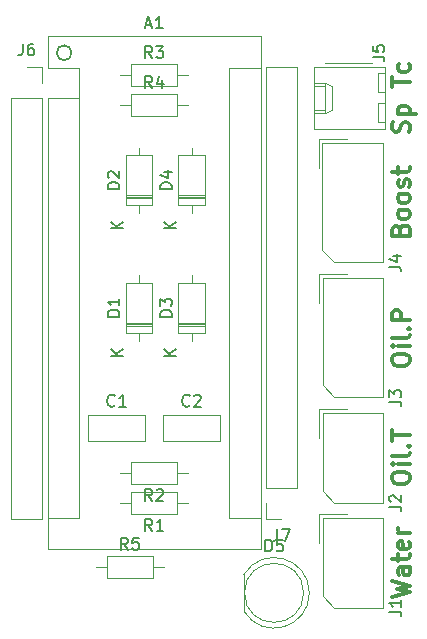
<source format=gbr>
%TF.GenerationSoftware,KiCad,Pcbnew,(6.0.4)*%
%TF.CreationDate,2022-09-15T10:04:33+09:00*%
%TF.ProjectId,MultiMeter,4d756c74-694d-4657-9465-722e6b696361,rev?*%
%TF.SameCoordinates,Original*%
%TF.FileFunction,Legend,Top*%
%TF.FilePolarity,Positive*%
%FSLAX46Y46*%
G04 Gerber Fmt 4.6, Leading zero omitted, Abs format (unit mm)*
G04 Created by KiCad (PCBNEW (6.0.4)) date 2022-09-15 10:04:33*
%MOMM*%
%LPD*%
G01*
G04 APERTURE LIST*
%ADD10C,0.150000*%
%ADD11C,0.300000*%
%ADD12C,0.120000*%
G04 APERTURE END LIST*
D10*
X43180000Y-23495000D02*
G75*
G03*
X43180000Y-23495000I-635000J0D01*
G01*
D11*
X70298571Y-69532142D02*
X71798571Y-69175000D01*
X70727142Y-68889285D01*
X71798571Y-68603571D01*
X70298571Y-68246428D01*
X71798571Y-67032142D02*
X71012857Y-67032142D01*
X70870000Y-67103571D01*
X70798571Y-67246428D01*
X70798571Y-67532142D01*
X70870000Y-67675000D01*
X71727142Y-67032142D02*
X71798571Y-67175000D01*
X71798571Y-67532142D01*
X71727142Y-67675000D01*
X71584285Y-67746428D01*
X71441428Y-67746428D01*
X71298571Y-67675000D01*
X71227142Y-67532142D01*
X71227142Y-67175000D01*
X71155714Y-67032142D01*
X70798571Y-66532142D02*
X70798571Y-65960714D01*
X70298571Y-66317857D02*
X71584285Y-66317857D01*
X71727142Y-66246428D01*
X71798571Y-66103571D01*
X71798571Y-65960714D01*
X71727142Y-64889285D02*
X71798571Y-65032142D01*
X71798571Y-65317857D01*
X71727142Y-65460714D01*
X71584285Y-65532142D01*
X71012857Y-65532142D01*
X70870000Y-65460714D01*
X70798571Y-65317857D01*
X70798571Y-65032142D01*
X70870000Y-64889285D01*
X71012857Y-64817857D01*
X71155714Y-64817857D01*
X71298571Y-65532142D01*
X71798571Y-64175000D02*
X70798571Y-64175000D01*
X71084285Y-64175000D02*
X70941428Y-64103571D01*
X70870000Y-64032142D01*
X70798571Y-63889285D01*
X70798571Y-63746428D01*
X71012857Y-38480714D02*
X71084285Y-38266428D01*
X71155714Y-38195000D01*
X71298571Y-38123571D01*
X71512857Y-38123571D01*
X71655714Y-38195000D01*
X71727142Y-38266428D01*
X71798571Y-38409285D01*
X71798571Y-38980714D01*
X70298571Y-38980714D01*
X70298571Y-38480714D01*
X70370000Y-38337857D01*
X70441428Y-38266428D01*
X70584285Y-38195000D01*
X70727142Y-38195000D01*
X70870000Y-38266428D01*
X70941428Y-38337857D01*
X71012857Y-38480714D01*
X71012857Y-38980714D01*
X71798571Y-37266428D02*
X71727142Y-37409285D01*
X71655714Y-37480714D01*
X71512857Y-37552142D01*
X71084285Y-37552142D01*
X70941428Y-37480714D01*
X70870000Y-37409285D01*
X70798571Y-37266428D01*
X70798571Y-37052142D01*
X70870000Y-36909285D01*
X70941428Y-36837857D01*
X71084285Y-36766428D01*
X71512857Y-36766428D01*
X71655714Y-36837857D01*
X71727142Y-36909285D01*
X71798571Y-37052142D01*
X71798571Y-37266428D01*
X71798571Y-35909285D02*
X71727142Y-36052142D01*
X71655714Y-36123571D01*
X71512857Y-36195000D01*
X71084285Y-36195000D01*
X70941428Y-36123571D01*
X70870000Y-36052142D01*
X70798571Y-35909285D01*
X70798571Y-35695000D01*
X70870000Y-35552142D01*
X70941428Y-35480714D01*
X71084285Y-35409285D01*
X71512857Y-35409285D01*
X71655714Y-35480714D01*
X71727142Y-35552142D01*
X71798571Y-35695000D01*
X71798571Y-35909285D01*
X71727142Y-34837857D02*
X71798571Y-34695000D01*
X71798571Y-34409285D01*
X71727142Y-34266428D01*
X71584285Y-34195000D01*
X71512857Y-34195000D01*
X71370000Y-34266428D01*
X71298571Y-34409285D01*
X71298571Y-34623571D01*
X71227142Y-34766428D01*
X71084285Y-34837857D01*
X71012857Y-34837857D01*
X70870000Y-34766428D01*
X70798571Y-34623571D01*
X70798571Y-34409285D01*
X70870000Y-34266428D01*
X70798571Y-33766428D02*
X70798571Y-33195000D01*
X70298571Y-33552142D02*
X71584285Y-33552142D01*
X71727142Y-33480714D01*
X71798571Y-33337857D01*
X71798571Y-33195000D01*
X71727142Y-30197857D02*
X71798571Y-29983571D01*
X71798571Y-29626428D01*
X71727142Y-29483571D01*
X71655714Y-29412142D01*
X71512857Y-29340714D01*
X71370000Y-29340714D01*
X71227142Y-29412142D01*
X71155714Y-29483571D01*
X71084285Y-29626428D01*
X71012857Y-29912142D01*
X70941428Y-30055000D01*
X70870000Y-30126428D01*
X70727142Y-30197857D01*
X70584285Y-30197857D01*
X70441428Y-30126428D01*
X70370000Y-30055000D01*
X70298571Y-29912142D01*
X70298571Y-29555000D01*
X70370000Y-29340714D01*
X70798571Y-28697857D02*
X72298571Y-28697857D01*
X70870000Y-28697857D02*
X70798571Y-28555000D01*
X70798571Y-28269285D01*
X70870000Y-28126428D01*
X70941428Y-28055000D01*
X71084285Y-27983571D01*
X71512857Y-27983571D01*
X71655714Y-28055000D01*
X71727142Y-28126428D01*
X71798571Y-28269285D01*
X71798571Y-28555000D01*
X71727142Y-28697857D01*
X70298571Y-26412142D02*
X70298571Y-25555000D01*
X71798571Y-25983571D02*
X70298571Y-25983571D01*
X71727142Y-24412142D02*
X71798571Y-24555000D01*
X71798571Y-24840714D01*
X71727142Y-24983571D01*
X71655714Y-25055000D01*
X71512857Y-25126428D01*
X71084285Y-25126428D01*
X70941428Y-25055000D01*
X70870000Y-24983571D01*
X70798571Y-24840714D01*
X70798571Y-24555000D01*
X70870000Y-24412142D01*
X70298571Y-59606428D02*
X70298571Y-59320714D01*
X70370000Y-59177857D01*
X70512857Y-59035000D01*
X70798571Y-58963571D01*
X71298571Y-58963571D01*
X71584285Y-59035000D01*
X71727142Y-59177857D01*
X71798571Y-59320714D01*
X71798571Y-59606428D01*
X71727142Y-59749285D01*
X71584285Y-59892142D01*
X71298571Y-59963571D01*
X70798571Y-59963571D01*
X70512857Y-59892142D01*
X70370000Y-59749285D01*
X70298571Y-59606428D01*
X71798571Y-58320714D02*
X70798571Y-58320714D01*
X70298571Y-58320714D02*
X70370000Y-58392142D01*
X70441428Y-58320714D01*
X70370000Y-58249285D01*
X70298571Y-58320714D01*
X70441428Y-58320714D01*
X71798571Y-57392142D02*
X71727142Y-57535000D01*
X71584285Y-57606428D01*
X70298571Y-57606428D01*
X71655714Y-56820714D02*
X71727142Y-56749285D01*
X71798571Y-56820714D01*
X71727142Y-56892142D01*
X71655714Y-56820714D01*
X71798571Y-56820714D01*
X70298571Y-56320714D02*
X70298571Y-55463571D01*
X71798571Y-55892142D02*
X70298571Y-55892142D01*
X70298571Y-49625000D02*
X70298571Y-49339285D01*
X70370000Y-49196428D01*
X70512857Y-49053571D01*
X70798571Y-48982142D01*
X71298571Y-48982142D01*
X71584285Y-49053571D01*
X71727142Y-49196428D01*
X71798571Y-49339285D01*
X71798571Y-49625000D01*
X71727142Y-49767857D01*
X71584285Y-49910714D01*
X71298571Y-49982142D01*
X70798571Y-49982142D01*
X70512857Y-49910714D01*
X70370000Y-49767857D01*
X70298571Y-49625000D01*
X71798571Y-48339285D02*
X70798571Y-48339285D01*
X70298571Y-48339285D02*
X70370000Y-48410714D01*
X70441428Y-48339285D01*
X70370000Y-48267857D01*
X70298571Y-48339285D01*
X70441428Y-48339285D01*
X71798571Y-47410714D02*
X71727142Y-47553571D01*
X71584285Y-47625000D01*
X70298571Y-47625000D01*
X71655714Y-46839285D02*
X71727142Y-46767857D01*
X71798571Y-46839285D01*
X71727142Y-46910714D01*
X71655714Y-46839285D01*
X71798571Y-46839285D01*
X71798571Y-46125000D02*
X70298571Y-46125000D01*
X70298571Y-45553571D01*
X70370000Y-45410714D01*
X70441428Y-45339285D01*
X70584285Y-45267857D01*
X70798571Y-45267857D01*
X70941428Y-45339285D01*
X71012857Y-45410714D01*
X71084285Y-45553571D01*
X71084285Y-46125000D01*
D10*
%TO.C,A1*%
X49450714Y-21121666D02*
X49926904Y-21121666D01*
X49355476Y-21407380D02*
X49688809Y-20407380D01*
X50022142Y-21407380D01*
X50879285Y-21407380D02*
X50307857Y-21407380D01*
X50593571Y-21407380D02*
X50593571Y-20407380D01*
X50498333Y-20550238D01*
X50403095Y-20645476D01*
X50307857Y-20693095D01*
%TO.C,D1*%
X47227380Y-45823095D02*
X46227380Y-45823095D01*
X46227380Y-45585000D01*
X46275000Y-45442142D01*
X46370238Y-45346904D01*
X46465476Y-45299285D01*
X46655952Y-45251666D01*
X46798809Y-45251666D01*
X46989285Y-45299285D01*
X47084523Y-45346904D01*
X47179761Y-45442142D01*
X47227380Y-45585000D01*
X47227380Y-45823095D01*
X47227380Y-44299285D02*
X47227380Y-44870714D01*
X47227380Y-44585000D02*
X46227380Y-44585000D01*
X46370238Y-44680238D01*
X46465476Y-44775476D01*
X46513095Y-44870714D01*
X47547380Y-49156904D02*
X46547380Y-49156904D01*
X47547380Y-48585476D02*
X46975952Y-49014047D01*
X46547380Y-48585476D02*
X47118809Y-49156904D01*
%TO.C,C2*%
X53173333Y-53352142D02*
X53125714Y-53399761D01*
X52982857Y-53447380D01*
X52887619Y-53447380D01*
X52744761Y-53399761D01*
X52649523Y-53304523D01*
X52601904Y-53209285D01*
X52554285Y-53018809D01*
X52554285Y-52875952D01*
X52601904Y-52685476D01*
X52649523Y-52590238D01*
X52744761Y-52495000D01*
X52887619Y-52447380D01*
X52982857Y-52447380D01*
X53125714Y-52495000D01*
X53173333Y-52542619D01*
X53554285Y-52542619D02*
X53601904Y-52495000D01*
X53697142Y-52447380D01*
X53935238Y-52447380D01*
X54030476Y-52495000D01*
X54078095Y-52542619D01*
X54125714Y-52637857D01*
X54125714Y-52733095D01*
X54078095Y-52875952D01*
X53506666Y-53447380D01*
X54125714Y-53447380D01*
%TO.C,D5*%
X59581904Y-65707380D02*
X59581904Y-64707380D01*
X59820000Y-64707380D01*
X59962857Y-64755000D01*
X60058095Y-64850238D01*
X60105714Y-64945476D01*
X60153333Y-65135952D01*
X60153333Y-65278809D01*
X60105714Y-65469285D01*
X60058095Y-65564523D01*
X59962857Y-65659761D01*
X59820000Y-65707380D01*
X59581904Y-65707380D01*
X61058095Y-64707380D02*
X60581904Y-64707380D01*
X60534285Y-65183571D01*
X60581904Y-65135952D01*
X60677142Y-65088333D01*
X60915238Y-65088333D01*
X61010476Y-65135952D01*
X61058095Y-65183571D01*
X61105714Y-65278809D01*
X61105714Y-65516904D01*
X61058095Y-65612142D01*
X61010476Y-65659761D01*
X60915238Y-65707380D01*
X60677142Y-65707380D01*
X60581904Y-65659761D01*
X60534285Y-65612142D01*
%TO.C,D3*%
X51672380Y-45823095D02*
X50672380Y-45823095D01*
X50672380Y-45585000D01*
X50720000Y-45442142D01*
X50815238Y-45346904D01*
X50910476Y-45299285D01*
X51100952Y-45251666D01*
X51243809Y-45251666D01*
X51434285Y-45299285D01*
X51529523Y-45346904D01*
X51624761Y-45442142D01*
X51672380Y-45585000D01*
X51672380Y-45823095D01*
X50672380Y-44918333D02*
X50672380Y-44299285D01*
X51053333Y-44632619D01*
X51053333Y-44489761D01*
X51100952Y-44394523D01*
X51148571Y-44346904D01*
X51243809Y-44299285D01*
X51481904Y-44299285D01*
X51577142Y-44346904D01*
X51624761Y-44394523D01*
X51672380Y-44489761D01*
X51672380Y-44775476D01*
X51624761Y-44870714D01*
X51577142Y-44918333D01*
X51992380Y-49156904D02*
X50992380Y-49156904D01*
X51992380Y-48585476D02*
X51420952Y-49014047D01*
X50992380Y-48585476D02*
X51563809Y-49156904D01*
%TO.C,J2*%
X70089880Y-61928333D02*
X70804166Y-61928333D01*
X70947023Y-61975952D01*
X71042261Y-62071190D01*
X71089880Y-62214047D01*
X71089880Y-62309285D01*
X70185119Y-61499761D02*
X70137500Y-61452142D01*
X70089880Y-61356904D01*
X70089880Y-61118809D01*
X70137500Y-61023571D01*
X70185119Y-60975952D01*
X70280357Y-60928333D01*
X70375595Y-60928333D01*
X70518452Y-60975952D01*
X71089880Y-61547380D01*
X71089880Y-60928333D01*
%TO.C,C1*%
X46823333Y-53352142D02*
X46775714Y-53399761D01*
X46632857Y-53447380D01*
X46537619Y-53447380D01*
X46394761Y-53399761D01*
X46299523Y-53304523D01*
X46251904Y-53209285D01*
X46204285Y-53018809D01*
X46204285Y-52875952D01*
X46251904Y-52685476D01*
X46299523Y-52590238D01*
X46394761Y-52495000D01*
X46537619Y-52447380D01*
X46632857Y-52447380D01*
X46775714Y-52495000D01*
X46823333Y-52542619D01*
X47775714Y-53447380D02*
X47204285Y-53447380D01*
X47490000Y-53447380D02*
X47490000Y-52447380D01*
X47394761Y-52590238D01*
X47299523Y-52685476D01*
X47204285Y-52733095D01*
%TO.C,R4*%
X49998333Y-26472380D02*
X49665000Y-25996190D01*
X49426904Y-26472380D02*
X49426904Y-25472380D01*
X49807857Y-25472380D01*
X49903095Y-25520000D01*
X49950714Y-25567619D01*
X49998333Y-25662857D01*
X49998333Y-25805714D01*
X49950714Y-25900952D01*
X49903095Y-25948571D01*
X49807857Y-25996190D01*
X49426904Y-25996190D01*
X50855476Y-25805714D02*
X50855476Y-26472380D01*
X50617380Y-25424761D02*
X50379285Y-26139047D01*
X50998333Y-26139047D01*
%TO.C,J5*%
X68667380Y-23828333D02*
X69381666Y-23828333D01*
X69524523Y-23875952D01*
X69619761Y-23971190D01*
X69667380Y-24114047D01*
X69667380Y-24209285D01*
X68667380Y-22875952D02*
X68667380Y-23352142D01*
X69143571Y-23399761D01*
X69095952Y-23352142D01*
X69048333Y-23256904D01*
X69048333Y-23018809D01*
X69095952Y-22923571D01*
X69143571Y-22875952D01*
X69238809Y-22828333D01*
X69476904Y-22828333D01*
X69572142Y-22875952D01*
X69619761Y-22923571D01*
X69667380Y-23018809D01*
X69667380Y-23256904D01*
X69619761Y-23352142D01*
X69572142Y-23399761D01*
%TO.C,J6*%
X39036666Y-22717380D02*
X39036666Y-23431666D01*
X38989047Y-23574523D01*
X38893809Y-23669761D01*
X38750952Y-23717380D01*
X38655714Y-23717380D01*
X39941428Y-22717380D02*
X39750952Y-22717380D01*
X39655714Y-22765000D01*
X39608095Y-22812619D01*
X39512857Y-22955476D01*
X39465238Y-23145952D01*
X39465238Y-23526904D01*
X39512857Y-23622142D01*
X39560476Y-23669761D01*
X39655714Y-23717380D01*
X39846190Y-23717380D01*
X39941428Y-23669761D01*
X39989047Y-23622142D01*
X40036666Y-23526904D01*
X40036666Y-23288809D01*
X39989047Y-23193571D01*
X39941428Y-23145952D01*
X39846190Y-23098333D01*
X39655714Y-23098333D01*
X39560476Y-23145952D01*
X39512857Y-23193571D01*
X39465238Y-23288809D01*
%TO.C,J3*%
X70089880Y-53038333D02*
X70804166Y-53038333D01*
X70947023Y-53085952D01*
X71042261Y-53181190D01*
X71089880Y-53324047D01*
X71089880Y-53419285D01*
X70089880Y-52657380D02*
X70089880Y-52038333D01*
X70470833Y-52371666D01*
X70470833Y-52228809D01*
X70518452Y-52133571D01*
X70566071Y-52085952D01*
X70661309Y-52038333D01*
X70899404Y-52038333D01*
X70994642Y-52085952D01*
X71042261Y-52133571D01*
X71089880Y-52228809D01*
X71089880Y-52514523D01*
X71042261Y-52609761D01*
X70994642Y-52657380D01*
%TO.C,J1*%
X70089880Y-70818333D02*
X70804166Y-70818333D01*
X70947023Y-70865952D01*
X71042261Y-70961190D01*
X71089880Y-71104047D01*
X71089880Y-71199285D01*
X71089880Y-69818333D02*
X71089880Y-70389761D01*
X71089880Y-70104047D02*
X70089880Y-70104047D01*
X70232738Y-70199285D01*
X70327976Y-70294523D01*
X70375595Y-70389761D01*
%TO.C,R5*%
X47948333Y-65547380D02*
X47615000Y-65071190D01*
X47376904Y-65547380D02*
X47376904Y-64547380D01*
X47757857Y-64547380D01*
X47853095Y-64595000D01*
X47900714Y-64642619D01*
X47948333Y-64737857D01*
X47948333Y-64880714D01*
X47900714Y-64975952D01*
X47853095Y-65023571D01*
X47757857Y-65071190D01*
X47376904Y-65071190D01*
X48853095Y-64547380D02*
X48376904Y-64547380D01*
X48329285Y-65023571D01*
X48376904Y-64975952D01*
X48472142Y-64928333D01*
X48710238Y-64928333D01*
X48805476Y-64975952D01*
X48853095Y-65023571D01*
X48900714Y-65118809D01*
X48900714Y-65356904D01*
X48853095Y-65452142D01*
X48805476Y-65499761D01*
X48710238Y-65547380D01*
X48472142Y-65547380D01*
X48376904Y-65499761D01*
X48329285Y-65452142D01*
%TO.C,J4*%
X70069880Y-41608333D02*
X70784166Y-41608333D01*
X70927023Y-41655952D01*
X71022261Y-41751190D01*
X71069880Y-41894047D01*
X71069880Y-41989285D01*
X70403214Y-40703571D02*
X71069880Y-40703571D01*
X70022261Y-40941666D02*
X70736547Y-41179761D01*
X70736547Y-40560714D01*
%TO.C,R2*%
X49998333Y-61427380D02*
X49665000Y-60951190D01*
X49426904Y-61427380D02*
X49426904Y-60427380D01*
X49807857Y-60427380D01*
X49903095Y-60475000D01*
X49950714Y-60522619D01*
X49998333Y-60617857D01*
X49998333Y-60760714D01*
X49950714Y-60855952D01*
X49903095Y-60903571D01*
X49807857Y-60951190D01*
X49426904Y-60951190D01*
X50379285Y-60522619D02*
X50426904Y-60475000D01*
X50522142Y-60427380D01*
X50760238Y-60427380D01*
X50855476Y-60475000D01*
X50903095Y-60522619D01*
X50950714Y-60617857D01*
X50950714Y-60713095D01*
X50903095Y-60855952D01*
X50331666Y-61427380D01*
X50950714Y-61427380D01*
%TO.C,D4*%
X51672380Y-35028095D02*
X50672380Y-35028095D01*
X50672380Y-34790000D01*
X50720000Y-34647142D01*
X50815238Y-34551904D01*
X50910476Y-34504285D01*
X51100952Y-34456666D01*
X51243809Y-34456666D01*
X51434285Y-34504285D01*
X51529523Y-34551904D01*
X51624761Y-34647142D01*
X51672380Y-34790000D01*
X51672380Y-35028095D01*
X51005714Y-33599523D02*
X51672380Y-33599523D01*
X50624761Y-33837619D02*
X51339047Y-34075714D01*
X51339047Y-33456666D01*
X51992380Y-38361904D02*
X50992380Y-38361904D01*
X51992380Y-37790476D02*
X51420952Y-38219047D01*
X50992380Y-37790476D02*
X51563809Y-38361904D01*
%TO.C,R3*%
X49998333Y-23932380D02*
X49665000Y-23456190D01*
X49426904Y-23932380D02*
X49426904Y-22932380D01*
X49807857Y-22932380D01*
X49903095Y-22980000D01*
X49950714Y-23027619D01*
X49998333Y-23122857D01*
X49998333Y-23265714D01*
X49950714Y-23360952D01*
X49903095Y-23408571D01*
X49807857Y-23456190D01*
X49426904Y-23456190D01*
X50331666Y-22932380D02*
X50950714Y-22932380D01*
X50617380Y-23313333D01*
X50760238Y-23313333D01*
X50855476Y-23360952D01*
X50903095Y-23408571D01*
X50950714Y-23503809D01*
X50950714Y-23741904D01*
X50903095Y-23837142D01*
X50855476Y-23884761D01*
X50760238Y-23932380D01*
X50474523Y-23932380D01*
X50379285Y-23884761D01*
X50331666Y-23837142D01*
%TO.C,J7*%
X60601666Y-63817380D02*
X60601666Y-64531666D01*
X60554047Y-64674523D01*
X60458809Y-64769761D01*
X60315952Y-64817380D01*
X60220714Y-64817380D01*
X60982619Y-63817380D02*
X61649285Y-63817380D01*
X61220714Y-64817380D01*
%TO.C,R1*%
X49998333Y-63967380D02*
X49665000Y-63491190D01*
X49426904Y-63967380D02*
X49426904Y-62967380D01*
X49807857Y-62967380D01*
X49903095Y-63015000D01*
X49950714Y-63062619D01*
X49998333Y-63157857D01*
X49998333Y-63300714D01*
X49950714Y-63395952D01*
X49903095Y-63443571D01*
X49807857Y-63491190D01*
X49426904Y-63491190D01*
X50950714Y-63967380D02*
X50379285Y-63967380D01*
X50665000Y-63967380D02*
X50665000Y-62967380D01*
X50569761Y-63110238D01*
X50474523Y-63205476D01*
X50379285Y-63253095D01*
%TO.C,D2*%
X47227380Y-35028095D02*
X46227380Y-35028095D01*
X46227380Y-34790000D01*
X46275000Y-34647142D01*
X46370238Y-34551904D01*
X46465476Y-34504285D01*
X46655952Y-34456666D01*
X46798809Y-34456666D01*
X46989285Y-34504285D01*
X47084523Y-34551904D01*
X47179761Y-34647142D01*
X47227380Y-34790000D01*
X47227380Y-35028095D01*
X46322619Y-34075714D02*
X46275000Y-34028095D01*
X46227380Y-33932857D01*
X46227380Y-33694761D01*
X46275000Y-33599523D01*
X46322619Y-33551904D01*
X46417857Y-33504285D01*
X46513095Y-33504285D01*
X46655952Y-33551904D01*
X47227380Y-34123333D01*
X47227380Y-33504285D01*
X47547380Y-38361904D02*
X46547380Y-38361904D01*
X47547380Y-37790476D02*
X46975952Y-38219047D01*
X46547380Y-37790476D02*
X47118809Y-38361904D01*
D12*
%TO.C,A1*%
X56515000Y-24765000D02*
X56515000Y-62865000D01*
X41145000Y-27305000D02*
X41145000Y-65535000D01*
X41145000Y-22095000D02*
X41145000Y-24765000D01*
X59185000Y-65535000D02*
X59185000Y-22095000D01*
X56515000Y-24765000D02*
X59185000Y-24765000D01*
X43815000Y-27305000D02*
X43815000Y-24765000D01*
X43815000Y-62865000D02*
X41145000Y-62865000D01*
X59185000Y-22095000D02*
X41145000Y-22095000D01*
X41145000Y-65535000D02*
X59185000Y-65535000D01*
X43815000Y-27305000D02*
X43815000Y-62865000D01*
X43815000Y-24765000D02*
X41145000Y-24765000D01*
X43815000Y-27305000D02*
X41145000Y-27305000D01*
X56515000Y-62865000D02*
X59185000Y-62865000D01*
%TO.C,D1*%
X48895000Y-42315000D02*
X48895000Y-42965000D01*
X47775000Y-46365000D02*
X50015000Y-46365000D01*
X47775000Y-46485000D02*
X50015000Y-46485000D01*
X50015000Y-47205000D02*
X50015000Y-42965000D01*
X47775000Y-47205000D02*
X50015000Y-47205000D01*
X48895000Y-47855000D02*
X48895000Y-47205000D01*
X47775000Y-46605000D02*
X50015000Y-46605000D01*
X50015000Y-42965000D02*
X47775000Y-42965000D01*
X47775000Y-42965000D02*
X47775000Y-47205000D01*
%TO.C,C2*%
X50920000Y-54125000D02*
X55760000Y-54125000D01*
X50920000Y-56365000D02*
X55760000Y-56365000D01*
X50920000Y-54125000D02*
X50920000Y-56365000D01*
X55760000Y-54125000D02*
X55760000Y-56365000D01*
%TO.C,D5*%
X57760000Y-67670000D02*
X57760000Y-70760000D01*
X57760000Y-70759830D02*
G75*
G03*
X63310000Y-69214538I2560000J1544830D01*
G01*
X63310000Y-69215462D02*
G75*
G03*
X57760000Y-67670170I-2990000J462D01*
G01*
X62820000Y-69215000D02*
G75*
G03*
X62820000Y-69215000I-2500000J0D01*
G01*
%TO.C,D3*%
X52220000Y-47205000D02*
X54460000Y-47205000D01*
X52220000Y-46485000D02*
X54460000Y-46485000D01*
X53340000Y-42315000D02*
X53340000Y-42965000D01*
X52220000Y-42965000D02*
X52220000Y-47205000D01*
X54460000Y-42965000D02*
X52220000Y-42965000D01*
X53340000Y-47855000D02*
X53340000Y-47205000D01*
X52220000Y-46605000D02*
X54460000Y-46605000D01*
X52220000Y-46365000D02*
X54460000Y-46365000D01*
X54460000Y-47205000D02*
X54460000Y-42965000D01*
%TO.C,J2*%
X64127500Y-53655000D02*
X64127500Y-56065000D01*
X69547500Y-61575000D02*
X69547500Y-53955000D01*
X66537500Y-53655000D02*
X64127500Y-53655000D01*
X65427500Y-61575000D02*
X69547500Y-61575000D01*
X64427500Y-60575000D02*
X65427500Y-61575000D01*
X69547500Y-53955000D02*
X64427500Y-53955000D01*
X64427500Y-53955000D02*
X64427500Y-60575000D01*
%TO.C,C1*%
X44570000Y-54125000D02*
X49410000Y-54125000D01*
X49410000Y-54125000D02*
X49410000Y-56365000D01*
X44570000Y-56365000D02*
X49410000Y-56365000D01*
X44570000Y-54125000D02*
X44570000Y-56365000D01*
%TO.C,R4*%
X48245000Y-28860000D02*
X52085000Y-28860000D01*
X52085000Y-27020000D02*
X48245000Y-27020000D01*
X48245000Y-27020000D02*
X48245000Y-28860000D01*
X52085000Y-28860000D02*
X52085000Y-27020000D01*
X53035000Y-27940000D02*
X52085000Y-27940000D01*
X47295000Y-27940000D02*
X48245000Y-27940000D01*
%TO.C,J5*%
X65195000Y-28325000D02*
X64665000Y-28575000D01*
X69685000Y-24655000D02*
X63665000Y-24655000D01*
X63665000Y-28325000D02*
X64665000Y-28325000D01*
X69685000Y-29955000D02*
X69685000Y-24655000D01*
X63665000Y-26035000D02*
X64665000Y-26035000D01*
X68655000Y-24365000D02*
X64655000Y-24365000D01*
X64665000Y-26035000D02*
X64665000Y-28575000D01*
X69085000Y-26835000D02*
X69685000Y-26835000D01*
X69685000Y-25235000D02*
X69085000Y-25235000D01*
X63665000Y-26285000D02*
X64665000Y-26285000D01*
X64665000Y-26035000D02*
X65195000Y-26285000D01*
X69085000Y-25235000D02*
X69085000Y-26835000D01*
X69085000Y-29375000D02*
X69685000Y-29375000D01*
X69085000Y-27775000D02*
X69085000Y-29375000D01*
X63665000Y-24655000D02*
X63665000Y-29955000D01*
X64665000Y-28575000D02*
X63665000Y-28575000D01*
X69685000Y-27775000D02*
X69085000Y-27775000D01*
X65195000Y-26285000D02*
X65195000Y-28325000D01*
X63665000Y-29955000D02*
X69685000Y-29955000D01*
%TO.C,J6*%
X40700000Y-27305000D02*
X40700000Y-62925000D01*
X39370000Y-24705000D02*
X40700000Y-24705000D01*
X38040000Y-27305000D02*
X40700000Y-27305000D01*
X38040000Y-27305000D02*
X38040000Y-62925000D01*
X38040000Y-62925000D02*
X40700000Y-62925000D01*
X40700000Y-24705000D02*
X40700000Y-26035000D01*
%TO.C,J3*%
X65427500Y-52652500D02*
X69547500Y-52652500D01*
X64127500Y-42232500D02*
X64127500Y-44642500D01*
X64427500Y-42532500D02*
X64427500Y-51652500D01*
X64427500Y-51652500D02*
X65427500Y-52652500D01*
X69547500Y-42532500D02*
X64427500Y-42532500D01*
X69547500Y-52652500D02*
X69547500Y-42532500D01*
X66537500Y-42232500D02*
X64127500Y-42232500D01*
%TO.C,J1*%
X69547500Y-70465000D02*
X69547500Y-62845000D01*
X65427500Y-70465000D02*
X69547500Y-70465000D01*
X66537500Y-62545000D02*
X64127500Y-62545000D01*
X64427500Y-69465000D02*
X65427500Y-70465000D01*
X64427500Y-62845000D02*
X64427500Y-69465000D01*
X69547500Y-62845000D02*
X64427500Y-62845000D01*
X64127500Y-62545000D02*
X64127500Y-64955000D01*
%TO.C,R5*%
X50035000Y-67935000D02*
X50035000Y-66095000D01*
X50985000Y-67015000D02*
X50035000Y-67015000D01*
X46195000Y-66095000D02*
X46195000Y-67935000D01*
X46195000Y-67935000D02*
X50035000Y-67935000D01*
X45245000Y-67015000D02*
X46195000Y-67015000D01*
X50035000Y-66095000D02*
X46195000Y-66095000D01*
%TO.C,J4*%
X66517500Y-30795000D02*
X64107500Y-30795000D01*
X64407500Y-31095000D02*
X64407500Y-40215000D01*
X69527500Y-41215000D02*
X69527500Y-31095000D01*
X65407500Y-41215000D02*
X69527500Y-41215000D01*
X69527500Y-31095000D02*
X64407500Y-31095000D01*
X64107500Y-30795000D02*
X64107500Y-33205000D01*
X64407500Y-40215000D02*
X65407500Y-41215000D01*
%TO.C,R2*%
X47295000Y-59055000D02*
X48245000Y-59055000D01*
X52085000Y-59975000D02*
X52085000Y-58135000D01*
X48245000Y-59975000D02*
X52085000Y-59975000D01*
X52085000Y-58135000D02*
X48245000Y-58135000D01*
X53035000Y-59055000D02*
X52085000Y-59055000D01*
X48245000Y-58135000D02*
X48245000Y-59975000D01*
%TO.C,D4*%
X52220000Y-35690000D02*
X54460000Y-35690000D01*
X52220000Y-35570000D02*
X54460000Y-35570000D01*
X53340000Y-37060000D02*
X53340000Y-36410000D01*
X52220000Y-35810000D02*
X54460000Y-35810000D01*
X52220000Y-32170000D02*
X52220000Y-36410000D01*
X54460000Y-32170000D02*
X52220000Y-32170000D01*
X52220000Y-36410000D02*
X54460000Y-36410000D01*
X54460000Y-36410000D02*
X54460000Y-32170000D01*
X53340000Y-31520000D02*
X53340000Y-32170000D01*
%TO.C,R3*%
X48245000Y-24480000D02*
X48245000Y-26320000D01*
X53035000Y-25400000D02*
X52085000Y-25400000D01*
X52085000Y-24480000D02*
X48245000Y-24480000D01*
X47295000Y-25400000D02*
X48245000Y-25400000D01*
X48245000Y-26320000D02*
X52085000Y-26320000D01*
X52085000Y-26320000D02*
X52085000Y-24480000D01*
%TO.C,J7*%
X60935000Y-62925000D02*
X59605000Y-62925000D01*
X59605000Y-62925000D02*
X59605000Y-61595000D01*
X62265000Y-24705000D02*
X59605000Y-24705000D01*
X62265000Y-60325000D02*
X59605000Y-60325000D01*
X59605000Y-60325000D02*
X59605000Y-24705000D01*
X62265000Y-60325000D02*
X62265000Y-24705000D01*
%TO.C,R1*%
X47295000Y-61595000D02*
X48245000Y-61595000D01*
X52085000Y-62515000D02*
X52085000Y-60675000D01*
X52085000Y-60675000D02*
X48245000Y-60675000D01*
X48245000Y-60675000D02*
X48245000Y-62515000D01*
X53035000Y-61595000D02*
X52085000Y-61595000D01*
X48245000Y-62515000D02*
X52085000Y-62515000D01*
%TO.C,D2*%
X50015000Y-32170000D02*
X47775000Y-32170000D01*
X47775000Y-35810000D02*
X50015000Y-35810000D01*
X47775000Y-32170000D02*
X47775000Y-36410000D01*
X47775000Y-35690000D02*
X50015000Y-35690000D01*
X47775000Y-35570000D02*
X50015000Y-35570000D01*
X50015000Y-36410000D02*
X50015000Y-32170000D01*
X48895000Y-37060000D02*
X48895000Y-36410000D01*
X48895000Y-31520000D02*
X48895000Y-32170000D01*
X47775000Y-36410000D02*
X50015000Y-36410000D01*
%TD*%
M02*

</source>
